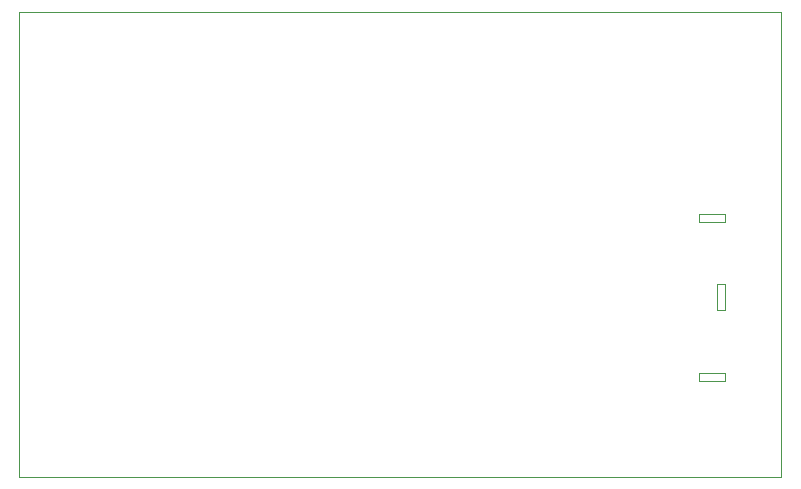
<source format=gbr>
G04 #@! TF.GenerationSoftware,KiCad,Pcbnew,(5.1.2)-2*
G04 #@! TF.CreationDate,2019-09-22T14:46:26+02:00*
G04 #@! TF.ProjectId,betsubetsu,62657473-7562-4657-9473-752e6b696361,rev?*
G04 #@! TF.SameCoordinates,Original*
G04 #@! TF.FileFunction,Profile,NP*
%FSLAX46Y46*%
G04 Gerber Fmt 4.6, Leading zero omitted, Abs format (unit mm)*
G04 Created by KiCad (PCBNEW (5.1.2)-2) date 2019-09-22 14:46:26*
%MOMM*%
%LPD*%
G04 APERTURE LIST*
%ADD10C,0.050000*%
%ADD11C,0.000100*%
G04 APERTURE END LIST*
D10*
X44704000Y-114300000D02*
X44704000Y-74930000D01*
X109220000Y-114300000D02*
X44704000Y-114300000D01*
X109220000Y-74930000D02*
X109220000Y-114300000D01*
X44704000Y-74930000D02*
X109220000Y-74930000D01*
D11*
X103780000Y-97990000D02*
X104480000Y-97990000D01*
X104480000Y-97990000D02*
X104480000Y-100190000D01*
X104480000Y-100190000D02*
X103780000Y-100190000D01*
X103780000Y-100190000D02*
X103780000Y-97990000D01*
X102230000Y-92690000D02*
X102230000Y-91990000D01*
X102230000Y-91990000D02*
X104430000Y-91990000D01*
X104430000Y-91990000D02*
X104430000Y-92690000D01*
X104430000Y-92690000D02*
X102230000Y-92690000D01*
X102230000Y-106190000D02*
X102230000Y-105490000D01*
X102230000Y-105490000D02*
X104430000Y-105490000D01*
X104430000Y-105490000D02*
X104430000Y-106190000D01*
X104430000Y-106190000D02*
X102230000Y-106190000D01*
M02*

</source>
